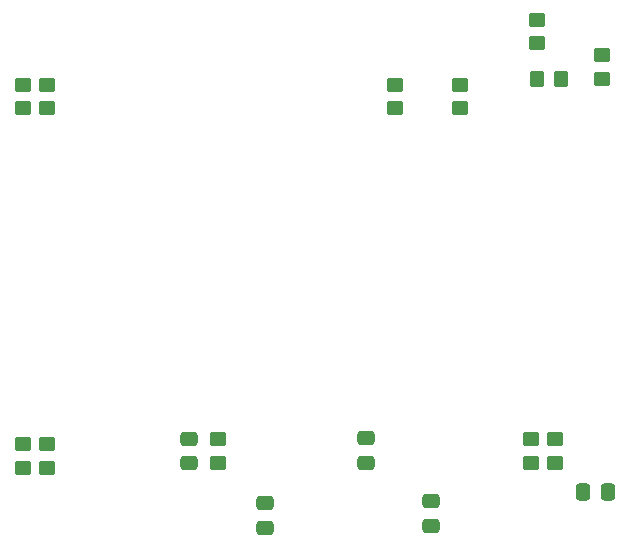
<source format=gbr>
%TF.GenerationSoftware,KiCad,Pcbnew,9.0.0*%
%TF.CreationDate,2025-05-14T01:56:31-07:00*%
%TF.ProjectId,ece223_project,65636532-3233-45f7-9072-6f6a6563742e,rev?*%
%TF.SameCoordinates,Original*%
%TF.FileFunction,Paste,Bot*%
%TF.FilePolarity,Positive*%
%FSLAX46Y46*%
G04 Gerber Fmt 4.6, Leading zero omitted, Abs format (unit mm)*
G04 Created by KiCad (PCBNEW 9.0.0) date 2025-05-14 01:56:31*
%MOMM*%
%LPD*%
G01*
G04 APERTURE LIST*
G04 Aperture macros list*
%AMRoundRect*
0 Rectangle with rounded corners*
0 $1 Rounding radius*
0 $2 $3 $4 $5 $6 $7 $8 $9 X,Y pos of 4 corners*
0 Add a 4 corners polygon primitive as box body*
4,1,4,$2,$3,$4,$5,$6,$7,$8,$9,$2,$3,0*
0 Add four circle primitives for the rounded corners*
1,1,$1+$1,$2,$3*
1,1,$1+$1,$4,$5*
1,1,$1+$1,$6,$7*
1,1,$1+$1,$8,$9*
0 Add four rect primitives between the rounded corners*
20,1,$1+$1,$2,$3,$4,$5,0*
20,1,$1+$1,$4,$5,$6,$7,0*
20,1,$1+$1,$6,$7,$8,$9,0*
20,1,$1+$1,$8,$9,$2,$3,0*%
G04 Aperture macros list end*
%ADD10RoundRect,0.250000X-0.450000X0.350000X-0.450000X-0.350000X0.450000X-0.350000X0.450000X0.350000X0*%
%ADD11RoundRect,0.250000X-0.350000X-0.450000X0.350000X-0.450000X0.350000X0.450000X-0.350000X0.450000X0*%
%ADD12RoundRect,0.250000X0.450000X-0.350000X0.450000X0.350000X-0.450000X0.350000X-0.450000X-0.350000X0*%
%ADD13RoundRect,0.250000X0.475000X-0.337500X0.475000X0.337500X-0.475000X0.337500X-0.475000X-0.337500X0*%
%ADD14RoundRect,0.250000X0.337500X0.475000X-0.337500X0.475000X-0.337500X-0.475000X0.337500X-0.475000X0*%
%ADD15RoundRect,0.250000X-0.475000X0.337500X-0.475000X-0.337500X0.475000X-0.337500X0.475000X0.337500X0*%
G04 APERTURE END LIST*
D10*
%TO.C,R7*%
X33500000Y-61950000D03*
X33500000Y-63950000D03*
%TD*%
D11*
%TO.C,R2*%
X75000000Y-31000000D03*
X77000000Y-31000000D03*
%TD*%
D12*
%TO.C,R3*%
X68500000Y-33500000D03*
X68500000Y-31500000D03*
%TD*%
%TO.C,R1*%
X63000000Y-33500000D03*
X63000000Y-31500000D03*
%TD*%
D10*
%TO.C,R6*%
X31500000Y-61950000D03*
X31500000Y-63950000D03*
%TD*%
D13*
%TO.C,C3*%
X52000000Y-69037500D03*
X52000000Y-66962500D03*
%TD*%
%TO.C,C7*%
X60500000Y-63500000D03*
X60500000Y-61425000D03*
%TD*%
D12*
%TO.C,R10*%
X48000000Y-63500000D03*
X48000000Y-61500000D03*
%TD*%
%TO.C,R17*%
X74500000Y-63500000D03*
X74500000Y-61500000D03*
%TD*%
%TO.C,R16*%
X76500000Y-63500000D03*
X76500000Y-61500000D03*
%TD*%
D10*
%TO.C,R24*%
X75000000Y-26000000D03*
X75000000Y-28000000D03*
%TD*%
D12*
%TO.C,R5*%
X31500000Y-33500000D03*
X31500000Y-31500000D03*
%TD*%
D14*
%TO.C,C9*%
X81000000Y-66000000D03*
X78925000Y-66000000D03*
%TD*%
D13*
%TO.C,C2*%
X65984326Y-68828373D03*
X65984326Y-66753373D03*
%TD*%
D12*
%TO.C,R4*%
X33500000Y-33500000D03*
X33500000Y-31500000D03*
%TD*%
%TO.C,R23*%
X80500000Y-31000000D03*
X80500000Y-29000000D03*
%TD*%
D15*
%TO.C,C6*%
X45500000Y-61462500D03*
X45500000Y-63537500D03*
%TD*%
M02*

</source>
